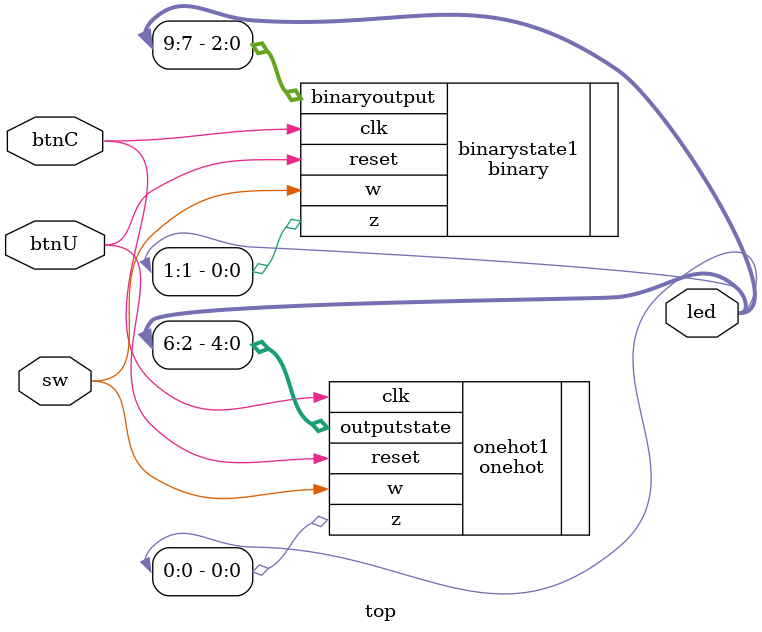
<source format=v>
`timescale 1ns / 1ps
module top(
    input sw, // w
    output [9:0] led, // see IO table
    input btnC, // clk
    input btnU // reset
);

    onehot onehot1(
        .w(sw),
        .clk(btnC),
        .z(led[0]),
        .outputstate(led[6:2]),
        .reset(btnU)
    );
    
    binary binarystate1(
        .w(sw),
        .clk(btnC),
        .z(led[1]),
        .binaryoutput(led[9:7]),
        .reset(btnU)
    );

endmodule
</source>
